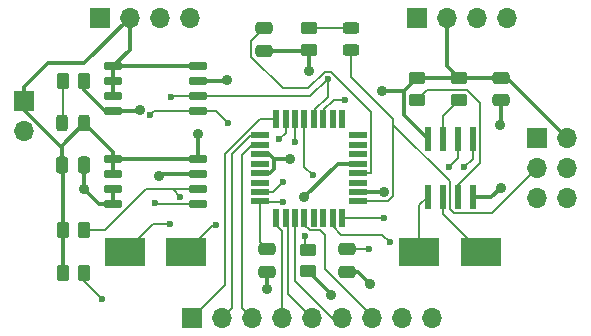
<source format=gtl>
%TF.GenerationSoftware,KiCad,Pcbnew,8.0.8*%
%TF.CreationDate,2025-02-04T21:51:42-04:00*%
%TF.ProjectId,ATMega328P-512K-Datalogger-4L,41544d65-6761-4333-9238-502d3531324b,1*%
%TF.SameCoordinates,Original*%
%TF.FileFunction,Copper,L1,Top*%
%TF.FilePolarity,Positive*%
%FSLAX46Y46*%
G04 Gerber Fmt 4.6, Leading zero omitted, Abs format (unit mm)*
G04 Created by KiCad (PCBNEW 8.0.8) date 2025-02-04 21:51:42*
%MOMM*%
%LPD*%
G01*
G04 APERTURE LIST*
G04 Aperture macros list*
%AMRoundRect*
0 Rectangle with rounded corners*
0 $1 Rounding radius*
0 $2 $3 $4 $5 $6 $7 $8 $9 X,Y pos of 4 corners*
0 Add a 4 corners polygon primitive as box body*
4,1,4,$2,$3,$4,$5,$6,$7,$8,$9,$2,$3,0*
0 Add four circle primitives for the rounded corners*
1,1,$1+$1,$2,$3*
1,1,$1+$1,$4,$5*
1,1,$1+$1,$6,$7*
1,1,$1+$1,$8,$9*
0 Add four rect primitives between the rounded corners*
20,1,$1+$1,$2,$3,$4,$5,0*
20,1,$1+$1,$4,$5,$6,$7,0*
20,1,$1+$1,$6,$7,$8,$9,0*
20,1,$1+$1,$8,$9,$2,$3,0*%
G04 Aperture macros list end*
%TA.AperFunction,SMDPad,CuDef*%
%ADD10RoundRect,0.150000X-0.650000X-0.150000X0.650000X-0.150000X0.650000X0.150000X-0.650000X0.150000X0*%
%TD*%
%TA.AperFunction,SMDPad,CuDef*%
%ADD11RoundRect,0.250000X0.450000X-0.262500X0.450000X0.262500X-0.450000X0.262500X-0.450000X-0.262500X0*%
%TD*%
%TA.AperFunction,SMDPad,CuDef*%
%ADD12RoundRect,0.250000X-0.262500X-0.450000X0.262500X-0.450000X0.262500X0.450000X-0.262500X0.450000X0*%
%TD*%
%TA.AperFunction,SMDPad,CuDef*%
%ADD13RoundRect,0.068750X-0.666250X-0.206250X0.666250X-0.206250X0.666250X0.206250X-0.666250X0.206250X0*%
%TD*%
%TA.AperFunction,SMDPad,CuDef*%
%ADD14RoundRect,0.068750X-0.206250X-0.666250X0.206250X-0.666250X0.206250X0.666250X-0.206250X0.666250X0*%
%TD*%
%TA.AperFunction,SMDPad,CuDef*%
%ADD15RoundRect,0.250000X0.475000X-0.250000X0.475000X0.250000X-0.475000X0.250000X-0.475000X-0.250000X0*%
%TD*%
%TA.AperFunction,SMDPad,CuDef*%
%ADD16RoundRect,0.250000X-0.475000X0.250000X-0.475000X-0.250000X0.475000X-0.250000X0.475000X0.250000X0*%
%TD*%
%TA.AperFunction,SMDPad,CuDef*%
%ADD17RoundRect,0.073750X0.221250X-0.911250X0.221250X0.911250X-0.221250X0.911250X-0.221250X-0.911250X0*%
%TD*%
%TA.AperFunction,SMDPad,CuDef*%
%ADD18R,3.500000X2.400000*%
%TD*%
%TA.AperFunction,ComponentPad*%
%ADD19R,1.700000X1.700000*%
%TD*%
%TA.AperFunction,ComponentPad*%
%ADD20O,1.700000X1.700000*%
%TD*%
%TA.AperFunction,SMDPad,CuDef*%
%ADD21RoundRect,0.243750X-0.456250X0.243750X-0.456250X-0.243750X0.456250X-0.243750X0.456250X0.243750X0*%
%TD*%
%TA.AperFunction,SMDPad,CuDef*%
%ADD22RoundRect,0.243750X-0.243750X-0.456250X0.243750X-0.456250X0.243750X0.456250X-0.243750X0.456250X0*%
%TD*%
%TA.AperFunction,SMDPad,CuDef*%
%ADD23RoundRect,0.250000X-0.450000X0.262500X-0.450000X-0.262500X0.450000X-0.262500X0.450000X0.262500X0*%
%TD*%
%TA.AperFunction,SMDPad,CuDef*%
%ADD24RoundRect,0.250000X-0.250000X-0.475000X0.250000X-0.475000X0.250000X0.475000X-0.250000X0.475000X0*%
%TD*%
%TA.AperFunction,ViaPad*%
%ADD25C,0.600000*%
%TD*%
%TA.AperFunction,ViaPad*%
%ADD26C,0.900000*%
%TD*%
%TA.AperFunction,Conductor*%
%ADD27C,0.200000*%
%TD*%
%TA.AperFunction,Conductor*%
%ADD28C,0.350000*%
%TD*%
G04 APERTURE END LIST*
D10*
%TO.P,U3,1,A0*%
%TO.N,/VCC*%
X132500000Y-93434000D03*
%TO.P,U3,2,A1*%
X132500000Y-94704000D03*
%TO.P,U3,3,A2*%
X132500000Y-95974000D03*
%TO.P,U3,4,GND*%
%TO.N,GND*%
X132500000Y-97244000D03*
%TO.P,U3,5,SDA*%
%TO.N,/SDA*%
X139700000Y-97244000D03*
%TO.P,U3,6,SCL*%
%TO.N,/SCL*%
X139700000Y-95974000D03*
%TO.P,U3,7,WP*%
%TO.N,GND*%
X139700000Y-94704000D03*
%TO.P,U3,8,VCC*%
%TO.N,/VCC*%
X139700000Y-93434000D03*
%TD*%
D11*
%TO.P,R1,1*%
%TO.N,GND*%
X149098000Y-92073500D03*
%TO.P,R1,2*%
%TO.N,Net-(D1-K)*%
X149098000Y-90248500D03*
%TD*%
D12*
%TO.P,R6,1*%
%TO.N,/VCC*%
X128223000Y-107286000D03*
%TO.P,R6,2*%
%TO.N,/SCL*%
X130048000Y-107286000D03*
%TD*%
D13*
%TO.P,U1,1,PD3*%
%TO.N,/D3*%
X144928000Y-99308000D03*
%TO.P,U1,2,PD4*%
%TO.N,/D4*%
X144928000Y-100108000D03*
%TO.P,U1,3,GND*%
%TO.N,GND*%
X144928000Y-100908000D03*
%TO.P,U1,4,VCC*%
%TO.N,unconnected-(U1-VCC-Pad4)*%
X144928000Y-101708000D03*
%TO.P,U1,5,GND*%
%TO.N,GND*%
X144928000Y-102508000D03*
%TO.P,U1,6,VCC*%
%TO.N,unconnected-(U1-VCC-Pad6)*%
X144928000Y-103308000D03*
%TO.P,U1,7,PB6*%
%TO.N,Net-(U1-PB6)*%
X144928000Y-104108000D03*
%TO.P,U1,8,PB7*%
%TO.N,Net-(U1-PB7)*%
X144928000Y-104908000D03*
D14*
%TO.P,U1,9,PD5*%
%TO.N,/D5*%
X146298000Y-106278000D03*
%TO.P,U1,10,PD6*%
%TO.N,/D6*%
X147098000Y-106278000D03*
%TO.P,U1,11,PD7*%
%TO.N,/D7*%
X147898000Y-106278000D03*
%TO.P,U1,12,PB0*%
%TO.N,/D8*%
X148698000Y-106278000D03*
%TO.P,U1,13,PB1*%
%TO.N,unconnected-(U1-PB1-Pad13)*%
X149498000Y-106278000D03*
%TO.P,U1,14,PB2*%
%TO.N,unconnected-(U1-PB2-Pad14)*%
X150298000Y-106278000D03*
%TO.P,U1,15,PB3*%
%TO.N,/MOSI*%
X151098000Y-106278000D03*
%TO.P,U1,16,PB4*%
%TO.N,/MISO*%
X151898000Y-106278000D03*
D13*
%TO.P,U1,17,PB5*%
%TO.N,/SCK*%
X153268000Y-104908000D03*
%TO.P,U1,18,AVCC*%
%TO.N,/VCC*%
X153268000Y-104108000D03*
%TO.P,U1,19,ADC6*%
%TO.N,unconnected-(U1-ADC6-Pad19)*%
X153268000Y-103308000D03*
%TO.P,U1,20,AREF*%
%TO.N,Net-(U1-AREF)*%
X153268000Y-102508000D03*
%TO.P,U1,21,GND*%
%TO.N,GND*%
X153268000Y-101708000D03*
%TO.P,U1,22,ADC7*%
%TO.N,unconnected-(U1-ADC7-Pad22)*%
X153268000Y-100908000D03*
%TO.P,U1,23,PC0*%
%TO.N,unconnected-(U1-PC0-Pad23)*%
X153268000Y-100108000D03*
%TO.P,U1,24,PC1*%
%TO.N,unconnected-(U1-PC1-Pad24)*%
X153268000Y-99308000D03*
D14*
%TO.P,U1,25,PC2*%
%TO.N,unconnected-(U1-PC2-Pad25)*%
X151898000Y-97938000D03*
%TO.P,U1,26,PC3*%
%TO.N,unconnected-(U1-PC3-Pad26)*%
X151098000Y-97938000D03*
%TO.P,U1,27,PC4*%
%TO.N,/SDA*%
X150298000Y-97938000D03*
%TO.P,U1,28,PC5*%
%TO.N,/SCL*%
X149498000Y-97938000D03*
%TO.P,U1,29,PC6/~{RESET}*%
%TO.N,/RESET*%
X148698000Y-97938000D03*
%TO.P,U1,30,PD0*%
%TO.N,/RX*%
X147898000Y-97938000D03*
%TO.P,U1,31,PD1*%
%TO.N,/TX*%
X147098000Y-97938000D03*
%TO.P,U1,32,PD2*%
%TO.N,/D2*%
X146298000Y-97938000D03*
%TD*%
D15*
%TO.P,C1,1*%
%TO.N,GND*%
X145288000Y-92148500D03*
%TO.P,C1,2*%
%TO.N,Net-(U1-AREF)*%
X145288000Y-90248500D03*
%TD*%
D10*
%TO.P,U4,1,A0*%
%TO.N,/VCC*%
X132500000Y-101308000D03*
%TO.P,U4,2,A1*%
X132500000Y-102578000D03*
%TO.P,U4,3,A2*%
%TO.N,GND*%
X132500000Y-103848000D03*
%TO.P,U4,4,GND*%
X132500000Y-105118000D03*
%TO.P,U4,5,SDA*%
%TO.N,/SDA*%
X139700000Y-105118000D03*
%TO.P,U4,6,SCL*%
%TO.N,/SCL*%
X139700000Y-103848000D03*
%TO.P,U4,7,WP*%
%TO.N,GND*%
X139700000Y-102578000D03*
%TO.P,U4,8,VCC*%
%TO.N,/VCC*%
X139700000Y-101308000D03*
%TD*%
D16*
%TO.P,C5,1*%
%TO.N,/VCC*%
X165354000Y-94450000D03*
%TO.P,C5,2*%
%TO.N,GND*%
X165354000Y-96350000D03*
%TD*%
D17*
%TO.P,U2,1,X1*%
%TO.N,Net-(U2-X1)*%
X159131000Y-104545000D03*
%TO.P,U2,2,X2*%
%TO.N,Net-(U2-X2)*%
X160401000Y-104545000D03*
%TO.P,U2,3,~{INTA}*%
%TO.N,Net-(U2-~{INTA})*%
X161671000Y-104545000D03*
%TO.P,U2,4,GND*%
%TO.N,GND*%
X162941000Y-104545000D03*
%TO.P,U2,5,SDA*%
%TO.N,/SDA*%
X162941000Y-99595000D03*
%TO.P,U2,6,SCL*%
%TO.N,/SCL*%
X161671000Y-99595000D03*
%TO.P,U2,7,SQW/~INT*%
%TO.N,Net-(U2-SQW{slash}~INT)*%
X160401000Y-99595000D03*
%TO.P,U2,8,VCC*%
%TO.N,/VCC*%
X159131000Y-99595000D03*
%TD*%
D18*
%TO.P,Y2,1,1*%
%TO.N,Net-(U2-X2)*%
X163636000Y-109182000D03*
%TO.P,Y2,2,2*%
%TO.N,Net-(U2-X1)*%
X158436000Y-109182000D03*
%TD*%
D19*
%TO.P,ICSP,1,Pin_1*%
%TO.N,/MISO*%
X168402000Y-99530000D03*
D20*
%TO.P,ICSP,2,Pin_2*%
%TO.N,/VCC*%
X170942000Y-99530000D03*
%TO.P,ICSP,3,Pin_3*%
%TO.N,/SCK*%
X168402000Y-102070000D03*
%TO.P,ICSP,4,Pin_4*%
%TO.N,/MOSI*%
X170942000Y-102070000D03*
%TO.P,ICSP,5,Pin_5*%
%TO.N,/RESET*%
X168402000Y-104610000D03*
%TO.P,ICSP,6,Pin_6*%
%TO.N,GND*%
X170942000Y-104610000D03*
%TD*%
D15*
%TO.P,C2,1*%
%TO.N,GND*%
X152273000Y-110871000D03*
%TO.P,C2,2*%
%TO.N,Net-(U1-PB6)*%
X152273000Y-108971000D03*
%TD*%
D21*
%TO.P,D1,1,K*%
%TO.N,Net-(D1-K)*%
X152654000Y-90248500D03*
%TO.P,D1,2,A*%
%TO.N,/SCK*%
X152654000Y-92123500D03*
%TD*%
D22*
%TO.P,D2,1,K*%
%TO.N,Net-(D2-K)*%
X128198000Y-98298000D03*
%TO.P,D2,2,A*%
%TO.N,/VCC*%
X130073000Y-98298000D03*
%TD*%
D18*
%TO.P,Y1,1,1*%
%TO.N,Net-(U1-PB7)*%
X138684000Y-109182000D03*
%TO.P,Y1,2,2*%
%TO.N,Net-(U1-PB6)*%
X133484000Y-109182000D03*
%TD*%
D23*
%TO.P,R5,1*%
%TO.N,/VCC*%
X161798000Y-94450000D03*
%TO.P,R5,2*%
%TO.N,Net-(U2-SQW{slash}~INT)*%
X161798000Y-96275000D03*
%TD*%
D19*
%TO.P,BT1,1,+*%
%TO.N,/VCC*%
X124968000Y-96438000D03*
D20*
%TO.P,BT1,2,-*%
%TO.N,GND*%
X124968000Y-98978000D03*
%TD*%
D19*
%TO.P,Serial,1,Pin_1*%
%TO.N,GND*%
X158242000Y-89370000D03*
D20*
%TO.P,Serial,2,Pin_2*%
%TO.N,/VCC*%
X160782000Y-89370000D03*
%TO.P,Serial,3,Pin_3*%
%TO.N,/TX*%
X163322000Y-89370000D03*
%TO.P,Serial,4,Pin_4*%
%TO.N,/RX*%
X165862000Y-89370000D03*
%TD*%
D24*
%TO.P,C4,1*%
%TO.N,/VCC*%
X128165500Y-101854000D03*
%TO.P,C4,2*%
%TO.N,GND*%
X130065500Y-101854000D03*
%TD*%
D12*
%TO.P,R3,1*%
%TO.N,Net-(D2-K)*%
X128223000Y-94742000D03*
%TO.P,R3,2*%
%TO.N,GND*%
X130048000Y-94742000D03*
%TD*%
D19*
%TO.P,GPIO,1,Pin_1*%
%TO.N,/D2*%
X139192000Y-114770000D03*
D20*
%TO.P,GPIO,2,Pin_2*%
%TO.N,/D3*%
X141732000Y-114770000D03*
%TO.P,GPIO,3,Pin_3*%
%TO.N,/D4*%
X144272000Y-114770000D03*
%TO.P,GPIO,4,Pin_4*%
%TO.N,/D5*%
X146812000Y-114770000D03*
%TO.P,GPIO,5,Pin_5*%
%TO.N,/D6*%
X149352000Y-114770000D03*
%TO.P,GPIO,6,Pin_6*%
%TO.N,/D7*%
X151892000Y-114770000D03*
%TO.P,GPIO,7,Pin_7*%
%TO.N,/D8*%
X154432000Y-114770000D03*
%TO.P,GPIO,8,Pin_8*%
%TO.N,GND*%
X156972000Y-114770000D03*
%TO.P,GPIO,9,Pin_9*%
%TO.N,/VCC*%
X159512000Y-114770000D03*
%TD*%
D12*
%TO.P,R7,1*%
%TO.N,/VCC*%
X128223000Y-110998000D03*
%TO.P,R7,2*%
%TO.N,/SDA*%
X130048000Y-110998000D03*
%TD*%
D19*
%TO.P,I2C,1,Pin_1*%
%TO.N,GND*%
X131350000Y-89370000D03*
D20*
%TO.P,I2C,2,Pin_2*%
%TO.N,/VCC*%
X133890000Y-89370000D03*
%TO.P,I2C,3,Pin_3*%
%TO.N,/SDA*%
X136430000Y-89370000D03*
%TO.P,I2C,4,Pin_4*%
%TO.N,/SCL*%
X138970000Y-89370000D03*
%TD*%
D23*
%TO.P,R4,1*%
%TO.N,/VCC*%
X158242000Y-94450000D03*
%TO.P,R4,2*%
%TO.N,Net-(U2-~{INTA})*%
X158242000Y-96275000D03*
%TD*%
D15*
%TO.P,C3,1*%
%TO.N,GND*%
X145542000Y-110871000D03*
%TO.P,C3,2*%
%TO.N,Net-(U1-PB7)*%
X145542000Y-108971000D03*
%TD*%
D11*
%TO.P,R2,1*%
%TO.N,/VCC*%
X148971000Y-110813500D03*
%TO.P,R2,2*%
%TO.N,/RESET*%
X148971000Y-108988500D03*
%TD*%
D25*
%TO.N,/RX*%
X147929600Y-99898200D03*
%TO.N,/TX*%
X146583400Y-99644200D03*
%TO.N,/SDA*%
X142214600Y-98247200D03*
%TO.N,Net-(U1-PB6)*%
X154178000Y-108915200D03*
%TO.N,Net-(U1-PB7)*%
X146888200Y-104927400D03*
%TO.N,Net-(U1-PB6)*%
X146913600Y-103225600D03*
%TO.N,Net-(U1-PB7)*%
X141249400Y-106908600D03*
%TO.N,Net-(U1-PB6)*%
X137312400Y-106807000D03*
%TO.N,/SDA*%
X152095200Y-96279800D03*
%TO.N,/MOSI*%
X155905200Y-108356400D03*
%TO.N,/MISO*%
X155473400Y-106299000D03*
%TO.N,/SDA*%
X162229800Y-102031800D03*
X131546600Y-113157000D03*
X136017000Y-105079800D03*
X135641429Y-97602215D03*
%TO.N,/SCL*%
X160934400Y-101955600D03*
X150672800Y-94513400D03*
X137388600Y-96037400D03*
X138201400Y-104518000D03*
D26*
%TO.N,/VCC*%
X155422600Y-104089200D03*
X150932614Y-112787400D03*
X155295600Y-95554800D03*
X139674600Y-99212400D03*
%TO.N,GND*%
X165227000Y-98475800D03*
X142113000Y-94665800D03*
X134747000Y-97155000D03*
X154254200Y-111912400D03*
X145516600Y-112293400D03*
X136347200Y-102793800D03*
X148691600Y-104521000D03*
X147447000Y-101295200D03*
X130048000Y-103860600D03*
X165328600Y-103733600D03*
X149047200Y-93903800D03*
D25*
%TO.N,/RESET*%
X148717000Y-107797600D03*
X149416600Y-102673409D03*
%TD*%
D27*
%TO.N,/RX*%
X147898000Y-99866600D02*
X147929600Y-99898200D01*
X147898000Y-97938000D02*
X147898000Y-99866600D01*
%TO.N,/TX*%
X147098000Y-99129600D02*
X146583400Y-99644200D01*
X147098000Y-97938000D02*
X147098000Y-99129600D01*
%TO.N,/RESET*%
X149416600Y-102673409D02*
X148698000Y-101954809D01*
X148698000Y-101954809D02*
X148698000Y-97938000D01*
D28*
%TO.N,GND*%
X151504600Y-101708000D02*
X153268000Y-101708000D01*
X148691600Y-104521000D02*
X151504600Y-101708000D01*
D27*
%TO.N,/SCK*%
X156222600Y-98437600D02*
X156222600Y-97993200D01*
X160996000Y-105533106D02*
X160996000Y-103211000D01*
X164592000Y-105880000D02*
X161342894Y-105880000D01*
X168402000Y-102070000D02*
X164592000Y-105880000D01*
X161342894Y-105880000D02*
X160996000Y-105533106D01*
X156222600Y-97993200D02*
X156222600Y-97904200D01*
X160996000Y-103211000D02*
X156222600Y-98437600D01*
X156222600Y-104420571D02*
X156222600Y-97993200D01*
%TO.N,/SDA*%
X141211400Y-97244000D02*
X139700000Y-97244000D01*
X142214600Y-98247200D02*
X141211400Y-97244000D01*
%TO.N,Net-(U1-AREF)*%
X154313896Y-102508000D02*
X153268000Y-102508000D01*
X154355800Y-102466096D02*
X154313896Y-102508000D01*
X150921329Y-93913400D02*
X154355800Y-97347871D01*
X150424271Y-93913400D02*
X150921329Y-93913400D01*
X149002214Y-95335457D02*
X150424271Y-93913400D01*
X146894501Y-95335457D02*
X149002214Y-95335457D01*
X144213000Y-92653956D02*
X146894501Y-95335457D01*
X144213000Y-91323500D02*
X144213000Y-92653956D01*
X145288000Y-90248500D02*
X144213000Y-91323500D01*
X154355800Y-97347871D02*
X154355800Y-102466096D01*
%TO.N,/MOSI*%
X151806400Y-107721400D02*
X151098000Y-107013000D01*
X151098000Y-107013000D02*
X151098000Y-106278000D01*
X155270200Y-107721400D02*
X151806400Y-107721400D01*
X155905200Y-108356400D02*
X155270200Y-107721400D01*
%TO.N,Net-(U1-PB6)*%
X154122200Y-108971000D02*
X154178000Y-108915200D01*
X152273000Y-108971000D02*
X154122200Y-108971000D01*
%TO.N,Net-(U1-PB7)*%
X144947400Y-104927400D02*
X144928000Y-104908000D01*
X146888200Y-104927400D02*
X144947400Y-104927400D01*
%TO.N,Net-(U1-PB6)*%
X146913600Y-103225600D02*
X146031200Y-104108000D01*
X146031200Y-104108000D02*
X144928000Y-104108000D01*
%TO.N,Net-(U1-PB7)*%
X140957400Y-106908600D02*
X141249400Y-106908600D01*
X138684000Y-109182000D02*
X140957400Y-106908600D01*
%TO.N,Net-(U1-PB6)*%
X135859000Y-106807000D02*
X137312400Y-106807000D01*
X133484000Y-109182000D02*
X135859000Y-106807000D01*
%TO.N,/SCL*%
X150672800Y-96028200D02*
X149498000Y-97203000D01*
X150672800Y-94513400D02*
X150672800Y-96028200D01*
X149498000Y-97203000D02*
X149498000Y-97938000D01*
X149212200Y-95974000D02*
X139700000Y-95974000D01*
X150672800Y-94513400D02*
X149212200Y-95974000D01*
%TO.N,/SCK*%
X156222600Y-97904200D02*
X152679400Y-94361000D01*
X153268000Y-104908000D02*
X155735171Y-104908000D01*
X155735171Y-104908000D02*
X156222600Y-104420571D01*
D28*
%TO.N,GND*%
X136563000Y-102578000D02*
X139700000Y-102578000D01*
X136347200Y-102793800D02*
X136563000Y-102578000D01*
D27*
%TO.N,/SDA*%
X136017000Y-105079800D02*
X136055200Y-105118000D01*
X136055200Y-105118000D02*
X139700000Y-105118000D01*
%TO.N,/SCL*%
X138201400Y-104518000D02*
X137531400Y-103848000D01*
X137531400Y-103848000D02*
X135281262Y-103848000D01*
%TO.N,/SDA*%
X135999644Y-97244000D02*
X139700000Y-97244000D01*
X135641429Y-97602215D02*
X135999644Y-97244000D01*
%TO.N,/SCK*%
X152654000Y-94335600D02*
X152679400Y-94361000D01*
X152654000Y-92123500D02*
X152654000Y-94335600D01*
%TO.N,/MISO*%
X155452400Y-106278000D02*
X155473400Y-106299000D01*
X151898000Y-106278000D02*
X155452400Y-106278000D01*
%TO.N,/SDA*%
X162941000Y-101320600D02*
X162229800Y-102031800D01*
X162941000Y-99595000D02*
X162941000Y-101320600D01*
X130048000Y-111658400D02*
X131546600Y-113157000D01*
X130048000Y-110998000D02*
X130048000Y-111658400D01*
%TO.N,/SCL*%
X137452000Y-95974000D02*
X139700000Y-95974000D01*
X137388600Y-96037400D02*
X137452000Y-95974000D01*
X161671000Y-101219000D02*
X160934400Y-101955600D01*
X161671000Y-99595000D02*
X161671000Y-101219000D01*
X135281262Y-103848000D02*
X131843262Y-107286000D01*
X139700000Y-103848000D02*
X135281262Y-103848000D01*
X131843262Y-107286000D02*
X130048000Y-107286000D01*
D28*
%TO.N,/VCC*%
X155403800Y-104108000D02*
X155422600Y-104089200D01*
X153268000Y-104108000D02*
X155403800Y-104108000D01*
X150932614Y-112787400D02*
X150932614Y-112775114D01*
X150932614Y-112775114D02*
X148971000Y-110813500D01*
D27*
%TO.N,/D7*%
X151041200Y-114770000D02*
X147898000Y-111626800D01*
X151892000Y-114770000D02*
X151041200Y-114770000D01*
X147898000Y-111626800D02*
X147898000Y-106278000D01*
%TO.N,/D8*%
X149137104Y-107313000D02*
X148698000Y-106873896D01*
X150010400Y-107313000D02*
X149137104Y-107313000D01*
X148698000Y-106873896D02*
X148698000Y-106278000D01*
X150442200Y-110640400D02*
X150442200Y-107744800D01*
X154432000Y-114630200D02*
X150442200Y-110640400D01*
X150442200Y-107744800D02*
X150010400Y-107313000D01*
X154432000Y-114770000D02*
X154432000Y-114630200D01*
D28*
%TO.N,/VCC*%
X155315800Y-95575000D02*
X155295600Y-95554800D01*
X157117000Y-95575000D02*
X155315800Y-95575000D01*
X139700000Y-99237800D02*
X139674600Y-99212400D01*
X139700000Y-101308000D02*
X139700000Y-99237800D01*
%TO.N,GND*%
X165354000Y-98348800D02*
X165354000Y-96350000D01*
X165227000Y-98475800D02*
X165354000Y-98348800D01*
X134658000Y-97244000D02*
X134747000Y-97155000D01*
X132500000Y-97244000D02*
X134658000Y-97244000D01*
X142074800Y-94704000D02*
X142113000Y-94665800D01*
X139700000Y-94704000D02*
X142074800Y-94704000D01*
X131850000Y-97244000D02*
X132500000Y-97244000D01*
X130048000Y-95442000D02*
X131850000Y-97244000D01*
X130048000Y-94742000D02*
X130048000Y-95442000D01*
X153212800Y-110871000D02*
X154254200Y-111912400D01*
X152273000Y-110871000D02*
X153212800Y-110871000D01*
X145542000Y-112268000D02*
X145516600Y-112293400D01*
X145542000Y-110871000D02*
X145542000Y-112268000D01*
X147446872Y-101295328D02*
X147447000Y-101295200D01*
X146088000Y-101295328D02*
X147446872Y-101295328D01*
X164517200Y-104545000D02*
X165328600Y-103733600D01*
X162941000Y-104545000D02*
X164517200Y-104545000D01*
X131305400Y-105118000D02*
X130048000Y-103860600D01*
X132500000Y-105118000D02*
X131305400Y-105118000D01*
X130060600Y-103848000D02*
X130048000Y-103860600D01*
X130065500Y-103843100D02*
X130048000Y-103860600D01*
X130065500Y-101854000D02*
X130065500Y-103843100D01*
X144928000Y-100908000D02*
X145700672Y-100908000D01*
X149098000Y-92073500D02*
X149098000Y-93853000D01*
X149098000Y-93853000D02*
X149047200Y-93903800D01*
X145288000Y-92148500D02*
X149023000Y-92148500D01*
X146088000Y-102197000D02*
X145777000Y-102508000D01*
X132500000Y-105118000D02*
X132500000Y-103848000D01*
X146088000Y-101295328D02*
X146088000Y-102197000D01*
X165354000Y-103708200D02*
X165328600Y-103733600D01*
X145700672Y-100908000D02*
X146088000Y-101295328D01*
X149023000Y-92148500D02*
X149098000Y-92073500D01*
X145777000Y-102508000D02*
X144928000Y-102508000D01*
D27*
%TO.N,Net-(U1-AREF)*%
X145288000Y-90248500D02*
X145604396Y-90248500D01*
%TO.N,Net-(U1-PB7)*%
X144928000Y-108357000D02*
X144928000Y-104908000D01*
X145542000Y-108971000D02*
X144928000Y-108357000D01*
D28*
%TO.N,/VCC*%
X165862000Y-94450000D02*
X165354000Y-94450000D01*
X128223000Y-107286000D02*
X128223000Y-101911500D01*
X132500000Y-93434000D02*
X133890000Y-92044000D01*
X128223000Y-101911500D02*
X128165500Y-101854000D01*
X124968000Y-95238000D02*
X127004000Y-93202000D01*
X132500000Y-100725000D02*
X132500000Y-101308000D01*
X132500000Y-95974000D02*
X132500000Y-94704000D01*
X132500000Y-101308000D02*
X132500000Y-102578000D01*
X130073000Y-98298000D02*
X132500000Y-100725000D01*
X159131000Y-99595000D02*
X157117000Y-97581000D01*
X128223000Y-110998000D02*
X128223000Y-107286000D01*
X160782000Y-89370000D02*
X160782000Y-93434000D01*
X127004000Y-93202000D02*
X130058000Y-93202000D01*
X139700000Y-101308000D02*
X132500000Y-101308000D01*
X124968000Y-97174877D02*
X124968000Y-96438000D01*
X128165500Y-100205500D02*
X128165500Y-100372377D01*
X130058000Y-93202000D02*
X133890000Y-89370000D01*
X130073000Y-98298000D02*
X128165500Y-100205500D01*
X133890000Y-92044000D02*
X133890000Y-89370000D01*
X132500000Y-93434000D02*
X132500000Y-94704000D01*
X170942000Y-99530000D02*
X165862000Y-94450000D01*
X139700000Y-93434000D02*
X132500000Y-93434000D01*
X160782000Y-93434000D02*
X161798000Y-94450000D01*
X128165500Y-101854000D02*
X128165500Y-100372377D01*
X158242000Y-94450000D02*
X161798000Y-94450000D01*
X157117000Y-95575000D02*
X158242000Y-94450000D01*
X157117000Y-97581000D02*
X157117000Y-95575000D01*
X165354000Y-94450000D02*
X161798000Y-94450000D01*
X124968000Y-96438000D02*
X124968000Y-95238000D01*
X128165500Y-100372377D02*
X124968000Y-97174877D01*
D27*
%TO.N,Net-(D1-K)*%
X149098000Y-90248500D02*
X152654000Y-90248500D01*
%TO.N,Net-(D2-K)*%
X128223000Y-98273000D02*
X128198000Y-98298000D01*
X128223000Y-94742000D02*
X128223000Y-98273000D01*
%TO.N,/D5*%
X146812000Y-114770000D02*
X146812000Y-107387896D01*
X146812000Y-107387896D02*
X146298000Y-106873896D01*
X146298000Y-106873896D02*
X146298000Y-106278000D01*
%TO.N,/D2*%
X141986000Y-111976000D02*
X141986000Y-100854104D01*
X144902104Y-97938000D02*
X146298000Y-97938000D01*
X141986000Y-100854104D02*
X144902104Y-97938000D01*
X139192000Y-114770000D02*
X141986000Y-111976000D01*
%TO.N,/D4*%
X144261394Y-100108000D02*
X144928000Y-100108000D01*
X143422000Y-100947394D02*
X144261394Y-100108000D01*
X144272000Y-114770000D02*
X143422000Y-113920000D01*
X143422000Y-113920000D02*
X143422000Y-100947394D01*
%TO.N,/D3*%
X141732000Y-114770000D02*
X142582000Y-113920000D01*
X144193000Y-99308000D02*
X144928000Y-99308000D01*
X142582000Y-113920000D02*
X142582000Y-100919000D01*
X142582000Y-100919000D02*
X144193000Y-99308000D01*
%TO.N,/D6*%
X147323000Y-112741000D02*
X147323000Y-106503000D01*
X149352000Y-114770000D02*
X147323000Y-112741000D01*
X147323000Y-106503000D02*
X147098000Y-106278000D01*
%TO.N,/RESET*%
X148717000Y-107797600D02*
X148717000Y-108734500D01*
X148717000Y-108734500D02*
X148971000Y-108988500D01*
%TO.N,Net-(U2-~{INTA})*%
X161671000Y-103555800D02*
X161671000Y-104545000D01*
X158242000Y-96275000D02*
X159054500Y-95462500D01*
X163586000Y-96565756D02*
X163586000Y-101640800D01*
X159054500Y-95462500D02*
X162482744Y-95462500D01*
X162482744Y-95462500D02*
X163586000Y-96565756D01*
X163586000Y-101640800D02*
X161671000Y-103555800D01*
%TO.N,Net-(U2-SQW{slash}~INT)*%
X160401000Y-97672000D02*
X160401000Y-99595000D01*
X161798000Y-96275000D02*
X160401000Y-97672000D01*
%TO.N,Net-(U2-X1)*%
X158436000Y-105240000D02*
X159131000Y-104545000D01*
X158436000Y-109182000D02*
X158436000Y-105240000D01*
%TO.N,Net-(U2-X2)*%
X160401000Y-105947000D02*
X160401000Y-104545000D01*
X163636000Y-109182000D02*
X160401000Y-105947000D01*
%TO.N,/SDA*%
X150298000Y-97938000D02*
X150298000Y-97203000D01*
X150298000Y-97203000D02*
X151221200Y-96279800D01*
X151221200Y-96279800D02*
X152095200Y-96279800D01*
%TD*%
M02*

</source>
